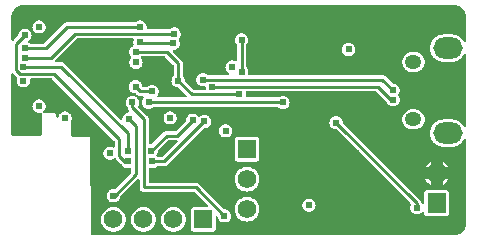
<source format=gbl>
G04 Layer: BottomLayer*
G04 EasyEDA v6.5.14, 2022-08-24 11:35:25*
G04 453cab0d859b422d838698a6d57dd674,401f954c81374b6587e5d63e119e93f9,10*
G04 Gerber Generator version 0.2*
G04 Scale: 100 percent, Rotated: No, Reflected: No *
G04 Dimensions in millimeters *
G04 leading zeros omitted , absolute positions ,4 integer and 5 decimal *
%FSLAX45Y45*%
%MOMM*%

%ADD10C,0.2540*%
%ADD11O,1.3999972X1.1999976*%
%ADD12O,2.4999949999999997X1.7999964*%
%ADD13R,1.5748X1.7000*%
%ADD14C,1.7000*%
%ADD15C,1.5748*%
%ADD16R,1.5748X1.5748*%
%ADD17C,0.6110*%
%ADD18C,0.6100*%
%ADD19C,0.6200*%
%ADD20C,1.0000*%
%ADD21C,0.0123*%

%LPD*%
G36*
X-1619758Y-101650D02*
G01*
X-1623618Y-100888D01*
X-1626920Y-98653D01*
X-1628851Y-96723D01*
X-1630883Y-93827D01*
X-1631797Y-90424D01*
X-1631492Y-86918D01*
X-1630019Y-83718D01*
X-1626057Y-78079D01*
X-1621942Y-69240D01*
X-1619402Y-59740D01*
X-1618691Y-51562D01*
X-1617776Y-48158D01*
X-1615744Y-45262D01*
X-1531772Y38658D01*
X-1528470Y40894D01*
X-1524609Y41656D01*
X-1461820Y41656D01*
X-1457960Y40894D01*
X-1454658Y38658D01*
X-1452473Y35407D01*
X-1451660Y31495D01*
X-1452473Y27584D01*
X-1454658Y24333D01*
X-1577644Y-98653D01*
X-1580946Y-100888D01*
X-1584807Y-101650D01*
G37*

%LPD*%
G36*
X-2171090Y-764336D02*
G01*
X-2174951Y-763574D01*
X-2178202Y-761390D01*
X-2180437Y-758139D01*
X-2181250Y-754278D01*
X-2189988Y68986D01*
X-2190953Y70002D01*
X-2339848Y70002D01*
X-2343708Y70764D01*
X-2347010Y72999D01*
X-2349246Y76250D01*
X-2350008Y80162D01*
X-2350008Y188976D01*
X-2354326Y193395D01*
X-2355850Y196646D01*
X-2356205Y200202D01*
X-2355291Y203657D01*
X-2351938Y210820D01*
X-2349449Y220268D01*
X-2348585Y229971D01*
X-2349449Y239725D01*
X-2351938Y249174D01*
X-2356104Y258064D01*
X-2361692Y266090D01*
X-2368600Y272999D01*
X-2376627Y278587D01*
X-2385517Y282752D01*
X-2394966Y285242D01*
X-2404668Y286105D01*
X-2414422Y285242D01*
X-2423871Y282752D01*
X-2432761Y278587D01*
X-2440787Y272999D01*
X-2447696Y266090D01*
X-2453284Y258064D01*
X-2457450Y249174D01*
X-2460040Y239471D01*
X-2461920Y235762D01*
X-2465070Y233121D01*
X-2469083Y231952D01*
X-2473198Y232511D01*
X-2476754Y234645D01*
X-2479141Y238048D01*
X-2480005Y242112D01*
X-2480005Y258978D01*
X-2480716Y260705D01*
X-2489301Y269290D01*
X-2490978Y270002D01*
X-2581097Y270002D01*
X-2585008Y270764D01*
X-2588310Y272999D01*
X-2590495Y276250D01*
X-2591257Y280162D01*
X-2590495Y284022D01*
X-2588310Y287324D01*
X-2581706Y293928D01*
X-2576118Y301955D01*
X-2571953Y310794D01*
X-2569464Y320243D01*
X-2568600Y329996D01*
X-2569464Y339750D01*
X-2571953Y349199D01*
X-2576118Y358038D01*
X-2581706Y366064D01*
X-2588615Y372973D01*
X-2596642Y378612D01*
X-2605532Y382727D01*
X-2614980Y385267D01*
X-2624683Y386130D01*
X-2634437Y385267D01*
X-2643886Y382727D01*
X-2652776Y378612D01*
X-2660802Y372973D01*
X-2667711Y366064D01*
X-2673299Y358038D01*
X-2677464Y349199D01*
X-2679954Y339750D01*
X-2680817Y329996D01*
X-2679954Y320243D01*
X-2677464Y310794D01*
X-2673299Y301955D01*
X-2667711Y293928D01*
X-2660802Y287020D01*
X-2652776Y281381D01*
X-2643886Y277266D01*
X-2634437Y274726D01*
X-2624683Y273862D01*
X-2614980Y274726D01*
X-2610510Y275945D01*
X-2606446Y276148D01*
X-2602636Y274777D01*
X-2599639Y272034D01*
X-2597962Y268325D01*
X-2597912Y264210D01*
X-2599994Y258978D01*
X-2599994Y90170D01*
X-2600756Y86258D01*
X-2602992Y82956D01*
X-2606294Y80772D01*
X-2610154Y80010D01*
X-2848914Y80010D01*
X-2852775Y80772D01*
X-2856077Y82956D01*
X-2858262Y86258D01*
X-2859074Y90170D01*
X-2859074Y596595D01*
X-2858262Y600456D01*
X-2856077Y603758D01*
X-2852775Y605993D01*
X-2848914Y606755D01*
X-2845003Y605993D01*
X-2841701Y603758D01*
X-2815183Y577240D01*
X-2813100Y575513D01*
X-2810357Y572058D01*
X-2809392Y567690D01*
X-2812948Y553720D01*
X-2813812Y543966D01*
X-2812948Y534263D01*
X-2810459Y524814D01*
X-2806293Y515924D01*
X-2800705Y507898D01*
X-2793796Y500989D01*
X-2785770Y495401D01*
X-2776880Y491235D01*
X-2767431Y488746D01*
X-2757678Y487883D01*
X-2747975Y488746D01*
X-2738526Y491235D01*
X-2729636Y495401D01*
X-2721610Y500989D01*
X-2714701Y507898D01*
X-2709113Y515924D01*
X-2704947Y524814D01*
X-2702458Y534263D01*
X-2701594Y543966D01*
X-2702509Y554583D01*
X-2702001Y558749D01*
X-2699867Y562356D01*
X-2696464Y564794D01*
X-2692400Y565658D01*
X-2518816Y565658D01*
X-2514904Y564896D01*
X-2511602Y562660D01*
X-1985975Y37033D01*
X-1983739Y33731D01*
X-1982978Y29819D01*
X-1982978Y-11836D01*
X-1983790Y-15798D01*
X-1986076Y-19151D01*
X-1989480Y-21336D01*
X-1993493Y-21996D01*
X-1997405Y-21031D01*
X-2005533Y-17272D01*
X-2014982Y-14732D01*
X-2024684Y-13868D01*
X-2034438Y-14732D01*
X-2043887Y-17272D01*
X-2052777Y-21386D01*
X-2060803Y-27025D01*
X-2067712Y-33934D01*
X-2073300Y-41960D01*
X-2077466Y-50800D01*
X-2079955Y-60248D01*
X-2080818Y-70002D01*
X-2079955Y-79756D01*
X-2077466Y-89204D01*
X-2073300Y-98044D01*
X-2067712Y-106070D01*
X-2060803Y-112979D01*
X-2052777Y-118618D01*
X-2043887Y-122732D01*
X-2034438Y-125272D01*
X-2024684Y-126136D01*
X-2014982Y-125272D01*
X-2005533Y-122732D01*
X-1996643Y-118618D01*
X-1987804Y-112369D01*
X-1984349Y-110794D01*
X-1980590Y-110591D01*
X-1976983Y-111810D01*
X-1974088Y-114198D01*
X-1971395Y-117500D01*
X-1926793Y-162102D01*
X-1924812Y-164998D01*
X-1923338Y-168097D01*
X-1917700Y-176123D01*
X-1910791Y-183032D01*
X-1902764Y-188671D01*
X-1893925Y-192786D01*
X-1884425Y-195326D01*
X-1874672Y-196189D01*
X-1864969Y-195326D01*
X-1855876Y-192887D01*
X-1852168Y-192582D01*
X-1848612Y-193649D01*
X-1845665Y-195884D01*
X-1843735Y-199034D01*
X-1843074Y-202692D01*
X-1843074Y-229920D01*
X-1843836Y-233781D01*
X-1846021Y-237083D01*
X-1980031Y-371043D01*
X-1982470Y-372872D01*
X-1985416Y-373888D01*
X-1988464Y-373938D01*
X-1992325Y-373430D01*
X-2001926Y-373888D01*
X-2011273Y-375869D01*
X-2020214Y-379476D01*
X-2028393Y-384505D01*
X-2035606Y-390855D01*
X-2041601Y-398322D01*
X-2046325Y-406704D01*
X-2049525Y-415747D01*
X-2051151Y-425196D01*
X-2051151Y-434848D01*
X-2049525Y-444296D01*
X-2046325Y-453339D01*
X-2041601Y-461721D01*
X-2035606Y-469188D01*
X-2028393Y-475538D01*
X-2020214Y-480568D01*
X-2011273Y-484174D01*
X-2001926Y-486206D01*
X-1992325Y-486613D01*
X-1982774Y-485393D01*
X-1973580Y-482549D01*
X-1965045Y-478231D01*
X-1957324Y-472541D01*
X-1950669Y-465582D01*
X-1945284Y-457657D01*
X-1941322Y-448868D01*
X-1939188Y-440690D01*
X-1938172Y-438200D01*
X-1936546Y-436067D01*
X-1790446Y-289966D01*
X-1787143Y-287782D01*
X-1783232Y-286969D01*
X-1779371Y-287782D01*
X-1776069Y-289966D01*
X-1773885Y-293268D01*
X-1773072Y-297129D01*
X-1773072Y-359308D01*
X-1772310Y-367284D01*
X-1770125Y-374446D01*
X-1766570Y-381101D01*
X-1761845Y-386892D01*
X-1756003Y-391668D01*
X-1749399Y-395173D01*
X-1742236Y-397357D01*
X-1734261Y-398170D01*
X-1314907Y-398170D01*
X-1310995Y-398932D01*
X-1307693Y-401116D01*
X-1200607Y-508254D01*
X-1198372Y-511556D01*
X-1197610Y-515467D01*
X-1198372Y-519328D01*
X-1200607Y-522630D01*
X-1203909Y-524814D01*
X-1207770Y-525627D01*
X-1311859Y-525627D01*
X-1318158Y-526288D01*
X-1323543Y-528218D01*
X-1328420Y-531266D01*
X-1332433Y-535279D01*
X-1335481Y-540156D01*
X-1337411Y-545541D01*
X-1338122Y-551840D01*
X-1338122Y-708152D01*
X-1337411Y-714451D01*
X-1335481Y-719836D01*
X-1332433Y-724712D01*
X-1328420Y-728726D01*
X-1323543Y-731774D01*
X-1318158Y-733704D01*
X-1311859Y-734415D01*
X-1155547Y-734415D01*
X-1149299Y-733704D01*
X-1143863Y-731774D01*
X-1139037Y-728726D01*
X-1134973Y-724712D01*
X-1131925Y-719836D01*
X-1129995Y-714451D01*
X-1129334Y-708152D01*
X-1129334Y-614934D01*
X-1128471Y-610870D01*
X-1126083Y-607517D01*
X-1122527Y-605383D01*
X-1118412Y-604824D01*
X-1114399Y-605993D01*
X-1111199Y-608634D01*
X-1109319Y-612343D01*
X-1107490Y-619252D01*
X-1103376Y-628091D01*
X-1097737Y-636117D01*
X-1090828Y-643026D01*
X-1082802Y-648665D01*
X-1073912Y-652780D01*
X-1064463Y-655320D01*
X-1054709Y-656183D01*
X-1044956Y-655320D01*
X-1035507Y-652780D01*
X-1026617Y-648665D01*
X-1018590Y-643026D01*
X-1011682Y-636117D01*
X-1006043Y-628091D01*
X-1001928Y-619252D01*
X-999388Y-609752D01*
X-998524Y-600049D01*
X-999388Y-590296D01*
X-1001928Y-580796D01*
X-1006043Y-571957D01*
X-1011682Y-563930D01*
X-1018590Y-557022D01*
X-1026617Y-551383D01*
X-1035507Y-547268D01*
X-1044956Y-544728D01*
X-1052982Y-544017D01*
X-1056436Y-543102D01*
X-1059281Y-541070D01*
X-1267307Y-333044D01*
X-1273505Y-327964D01*
X-1280160Y-324408D01*
X-1287322Y-322224D01*
X-1295298Y-321462D01*
X-1686204Y-321462D01*
X-1690116Y-320649D01*
X-1693418Y-318465D01*
X-1695602Y-315163D01*
X-1696364Y-311302D01*
X-1696364Y-202692D01*
X-1695704Y-199034D01*
X-1693773Y-195884D01*
X-1690827Y-193649D01*
X-1687271Y-192582D01*
X-1683613Y-192887D01*
X-1674469Y-195326D01*
X-1664716Y-196189D01*
X-1654962Y-195326D01*
X-1645513Y-192786D01*
X-1636623Y-188671D01*
X-1628597Y-183032D01*
X-1626920Y-181305D01*
X-1623618Y-179120D01*
X-1619707Y-178358D01*
X-1565249Y-178358D01*
X-1557274Y-177546D01*
X-1550060Y-175412D01*
X-1543456Y-171856D01*
X-1537258Y-166776D01*
X-1229461Y141020D01*
X-1226566Y143052D01*
X-1223162Y143967D01*
X-1214983Y144678D01*
X-1205484Y147218D01*
X-1196644Y151333D01*
X-1188618Y156972D01*
X-1181709Y163880D01*
X-1176070Y171907D01*
X-1171956Y180797D01*
X-1169416Y190246D01*
X-1168552Y199999D01*
X-1169416Y209753D01*
X-1171956Y219202D01*
X-1176070Y228092D01*
X-1181709Y236118D01*
X-1188618Y243027D01*
X-1196644Y248666D01*
X-1205484Y252780D01*
X-1214983Y255320D01*
X-1224686Y256184D01*
X-1234440Y255320D01*
X-1243939Y252780D01*
X-1252778Y248666D01*
X-1260805Y243027D01*
X-1263243Y240588D01*
X-1267002Y238201D01*
X-1271320Y237642D01*
X-1275537Y238963D01*
X-1278788Y241909D01*
X-1281684Y246075D01*
X-1288592Y252984D01*
X-1296619Y258622D01*
X-1305509Y262737D01*
X-1314958Y265277D01*
X-1324711Y266141D01*
X-1334465Y265277D01*
X-1343914Y262737D01*
X-1352804Y258622D01*
X-1360830Y252984D01*
X-1367739Y246075D01*
X-1373378Y238048D01*
X-1377492Y229209D01*
X-1380032Y219710D01*
X-1380744Y211582D01*
X-1381658Y208178D01*
X-1383690Y205282D01*
X-1467612Y121361D01*
X-1470914Y119126D01*
X-1474774Y118364D01*
X-1544167Y118364D01*
X-1552143Y117602D01*
X-1559356Y115417D01*
X-1565960Y111861D01*
X-1572158Y106781D01*
X-1669999Y8940D01*
X-1672894Y6908D01*
X-1676298Y5994D01*
X-1685340Y5232D01*
X-1689506Y5740D01*
X-1693113Y7873D01*
X-1695500Y11226D01*
X-1696364Y15341D01*
X-1696364Y219557D01*
X-1697177Y227533D01*
X-1699361Y234746D01*
X-1702866Y241350D01*
X-1707946Y247548D01*
X-1783080Y322630D01*
X-1785315Y326085D01*
X-1786026Y330098D01*
X-1785061Y334111D01*
X-1781962Y340817D01*
X-1779422Y350266D01*
X-1778558Y359968D01*
X-1779422Y369722D01*
X-1781962Y379171D01*
X-1786077Y388061D01*
X-1791716Y396087D01*
X-1798624Y402996D01*
X-1806651Y408584D01*
X-1815490Y412750D01*
X-1824939Y415239D01*
X-1834692Y416102D01*
X-1844446Y415239D01*
X-1853895Y412750D01*
X-1862734Y408584D01*
X-1870760Y402996D01*
X-1877669Y396087D01*
X-1883308Y388061D01*
X-1887423Y379171D01*
X-1889963Y369722D01*
X-1890826Y359968D01*
X-1889963Y350266D01*
X-1887423Y340817D01*
X-1883308Y331927D01*
X-1877669Y323900D01*
X-1875485Y321716D01*
X-1873504Y318871D01*
X-1872538Y315569D01*
X-1872284Y312572D01*
X-1870100Y305358D01*
X-1866544Y298754D01*
X-1861312Y292404D01*
X-1859330Y288493D01*
X-1859178Y284124D01*
X-1860854Y280060D01*
X-1864106Y277114D01*
X-1868271Y275793D01*
X-1874469Y275285D01*
X-1883918Y272745D01*
X-1892757Y268630D01*
X-1900783Y262991D01*
X-1907692Y256082D01*
X-1913331Y248056D01*
X-1917446Y239217D01*
X-1919986Y229768D01*
X-1920493Y223774D01*
X-1921560Y220116D01*
X-1923846Y217068D01*
X-1927148Y215138D01*
X-1930907Y214528D01*
X-1934667Y215341D01*
X-1937816Y217474D01*
X-2411069Y690778D01*
X-2417267Y695858D01*
X-2423922Y699363D01*
X-2431084Y701548D01*
X-2439060Y702360D01*
X-2478887Y702360D01*
X-2482748Y703122D01*
X-2486050Y705307D01*
X-2488285Y708609D01*
X-2489047Y712520D01*
X-2488285Y716381D01*
X-2486050Y719683D01*
X-2307082Y898652D01*
X-2303780Y900887D01*
X-2299919Y901649D01*
X-1832711Y901649D01*
X-1829054Y900988D01*
X-1825904Y899058D01*
X-1823618Y896112D01*
X-1822602Y892556D01*
X-1822856Y888847D01*
X-1825294Y879754D01*
X-1826158Y870000D01*
X-1825294Y860247D01*
X-1823212Y852373D01*
X-1822907Y848868D01*
X-1823821Y845464D01*
X-1825853Y842568D01*
X-1828749Y840536D01*
X-1832762Y838657D01*
X-1840788Y833018D01*
X-1847697Y826109D01*
X-1853336Y818083D01*
X-1857451Y809244D01*
X-1859991Y799744D01*
X-1860854Y789990D01*
X-1859991Y780288D01*
X-1857451Y770788D01*
X-1853336Y761949D01*
X-1847697Y753922D01*
X-1845970Y752144D01*
X-1843786Y748842D01*
X-1842973Y744982D01*
X-1843786Y741070D01*
X-1845970Y737768D01*
X-1847697Y736092D01*
X-1853285Y728065D01*
X-1857451Y719175D01*
X-1859940Y709726D01*
X-1860804Y699973D01*
X-1859940Y690270D01*
X-1857451Y680821D01*
X-1853285Y671931D01*
X-1847697Y663905D01*
X-1840788Y656996D01*
X-1832762Y651408D01*
X-1823872Y647242D01*
X-1814423Y644753D01*
X-1804670Y643890D01*
X-1794967Y644753D01*
X-1785518Y647242D01*
X-1776628Y651408D01*
X-1768602Y656996D01*
X-1761693Y663905D01*
X-1756105Y671931D01*
X-1751939Y680821D01*
X-1749450Y690270D01*
X-1748586Y699973D01*
X-1749450Y709726D01*
X-1751939Y719175D01*
X-1756105Y728065D01*
X-1761439Y735685D01*
X-1763115Y739749D01*
X-1762912Y744118D01*
X-1760880Y748030D01*
X-1757375Y750722D01*
X-1753107Y751636D01*
X-1564792Y751636D01*
X-1560931Y750874D01*
X-1557629Y748690D01*
X-1489049Y680110D01*
X-1486814Y676808D01*
X-1486052Y672896D01*
X-1486052Y588975D01*
X-1486814Y585063D01*
X-1489049Y581812D01*
X-1490726Y580085D01*
X-1496364Y572058D01*
X-1500479Y563219D01*
X-1503019Y553720D01*
X-1503883Y543966D01*
X-1503019Y534263D01*
X-1500479Y524764D01*
X-1496364Y515924D01*
X-1490726Y507898D01*
X-1483817Y500989D01*
X-1475790Y495350D01*
X-1466900Y491235D01*
X-1457452Y488696D01*
X-1449273Y487984D01*
X-1445869Y487070D01*
X-1442974Y485038D01*
X-1377645Y419709D01*
X-1375410Y416407D01*
X-1374648Y412496D01*
X-1375410Y408635D01*
X-1377645Y405333D01*
X-1380947Y403148D01*
X-1384808Y402336D01*
X-1616049Y402336D01*
X-1620367Y403301D01*
X-1623822Y405993D01*
X-1625854Y409905D01*
X-1626057Y414274D01*
X-1624380Y418338D01*
X-1619046Y425907D01*
X-1614932Y434797D01*
X-1612392Y444246D01*
X-1611528Y453999D01*
X-1612392Y463753D01*
X-1614932Y473201D01*
X-1619046Y482092D01*
X-1624685Y490118D01*
X-1631594Y497027D01*
X-1639620Y502666D01*
X-1648510Y506780D01*
X-1657959Y509320D01*
X-1667713Y510184D01*
X-1677466Y509320D01*
X-1686915Y506780D01*
X-1695805Y502666D01*
X-1703832Y497027D01*
X-1705508Y495350D01*
X-1708810Y493115D01*
X-1712671Y492353D01*
X-1742084Y492353D01*
X-1745792Y493064D01*
X-1748942Y495046D01*
X-1751228Y498043D01*
X-1752244Y501650D01*
X-1752396Y503732D01*
X-1754936Y513232D01*
X-1759051Y522071D01*
X-1764690Y530098D01*
X-1771599Y537006D01*
X-1779625Y542645D01*
X-1788515Y546760D01*
X-1797964Y549300D01*
X-1807718Y550164D01*
X-1817471Y549300D01*
X-1826920Y546760D01*
X-1835810Y542645D01*
X-1843836Y537006D01*
X-1850745Y530098D01*
X-1856384Y522071D01*
X-1860499Y513232D01*
X-1863039Y503732D01*
X-1863902Y493979D01*
X-1863039Y484276D01*
X-1860499Y474776D01*
X-1856384Y465937D01*
X-1850745Y457911D01*
X-1843836Y451002D01*
X-1835810Y445363D01*
X-1826920Y441248D01*
X-1817471Y438708D01*
X-1809292Y437997D01*
X-1805889Y437083D01*
X-1802993Y435051D01*
X-1795170Y427228D01*
X-1788972Y422148D01*
X-1782368Y418642D01*
X-1775206Y416458D01*
X-1767230Y415645D01*
X-1749348Y415645D01*
X-1745081Y414680D01*
X-1741576Y412038D01*
X-1739544Y408127D01*
X-1739341Y403707D01*
X-1741068Y399643D01*
X-1746351Y392074D01*
X-1750466Y383235D01*
X-1753006Y373735D01*
X-1753870Y363982D01*
X-1753006Y354279D01*
X-1750466Y344779D01*
X-1746351Y335940D01*
X-1740712Y327914D01*
X-1733804Y321005D01*
X-1725777Y315366D01*
X-1716938Y311251D01*
X-1707438Y308711D01*
X-1697685Y307848D01*
X-1687982Y308711D01*
X-1678482Y311251D01*
X-1669643Y315366D01*
X-1661617Y321005D01*
X-1659940Y322681D01*
X-1656638Y324866D01*
X-1652727Y325628D01*
X-608990Y325628D01*
X-605078Y324866D01*
X-601776Y322681D01*
X-596087Y316992D01*
X-588060Y311353D01*
X-579221Y307238D01*
X-569722Y304698D01*
X-559968Y303834D01*
X-550265Y304698D01*
X-540766Y307238D01*
X-531926Y311353D01*
X-523900Y316992D01*
X-516991Y323900D01*
X-511352Y331927D01*
X-507238Y340766D01*
X-504698Y350266D01*
X-503834Y359968D01*
X-504698Y369722D01*
X-507238Y379222D01*
X-511352Y388061D01*
X-516991Y396087D01*
X-523900Y402996D01*
X-531926Y408635D01*
X-540766Y412750D01*
X-550265Y415290D01*
X-559968Y416153D01*
X-569722Y415290D01*
X-579221Y412750D01*
X-588060Y408635D01*
X-594410Y404215D01*
X-597204Y402844D01*
X-600252Y402336D01*
X-866241Y402336D01*
X-869899Y403047D01*
X-873048Y404977D01*
X-875284Y407924D01*
X-876350Y411429D01*
X-876046Y415137D01*
X-874674Y420268D01*
X-873810Y429971D01*
X-874674Y439724D01*
X-875537Y442874D01*
X-875792Y446582D01*
X-874776Y450088D01*
X-872490Y453034D01*
X-869340Y454964D01*
X-865682Y455676D01*
X222199Y455676D01*
X226060Y454863D01*
X229362Y452678D01*
X320192Y361848D01*
X322224Y358952D01*
X323646Y355904D01*
X329285Y347878D01*
X336194Y340969D01*
X344220Y335330D01*
X353060Y331216D01*
X362559Y328676D01*
X372313Y327812D01*
X382016Y328676D01*
X391515Y331216D01*
X400354Y335330D01*
X408381Y340969D01*
X415290Y347878D01*
X420928Y355904D01*
X425043Y364794D01*
X427583Y374243D01*
X428447Y383997D01*
X427583Y393750D01*
X425043Y403199D01*
X420928Y412089D01*
X416661Y418185D01*
X415035Y421944D01*
X415035Y426059D01*
X416661Y429818D01*
X420928Y435914D01*
X425043Y444804D01*
X427583Y454253D01*
X428447Y464007D01*
X427583Y473760D01*
X425043Y483209D01*
X420928Y492099D01*
X415290Y500126D01*
X408381Y507034D01*
X400354Y512673D01*
X391515Y516788D01*
X382016Y519328D01*
X373888Y520039D01*
X370484Y520954D01*
X367588Y522985D01*
X309778Y580796D01*
X303580Y585876D01*
X296976Y589381D01*
X289763Y591566D01*
X281787Y592378D01*
X-846277Y592378D01*
X-849934Y593039D01*
X-853084Y594969D01*
X-855370Y597916D01*
X-856386Y601472D01*
X-856081Y605129D01*
X-854760Y610260D01*
X-853897Y619963D01*
X-854760Y629716D01*
X-857250Y639165D01*
X-861415Y648055D01*
X-867003Y656082D01*
X-868680Y657707D01*
X-870864Y661009D01*
X-871626Y664921D01*
X-871626Y845058D01*
X-870864Y848969D01*
X-868680Y852271D01*
X-867003Y853897D01*
X-861415Y861923D01*
X-857250Y870813D01*
X-854760Y880262D01*
X-853897Y889965D01*
X-854760Y899718D01*
X-857250Y909167D01*
X-861415Y918057D01*
X-867003Y926084D01*
X-873912Y932992D01*
X-881938Y938580D01*
X-890828Y942746D01*
X-900277Y945235D01*
X-909980Y946099D01*
X-919734Y945235D01*
X-929182Y942746D01*
X-938072Y938580D01*
X-946099Y932992D01*
X-953008Y926084D01*
X-958596Y918057D01*
X-962761Y909167D01*
X-965250Y899718D01*
X-966114Y889965D01*
X-965250Y880262D01*
X-962761Y870813D01*
X-958596Y861923D01*
X-953008Y853897D01*
X-951331Y852271D01*
X-949147Y848969D01*
X-948334Y845058D01*
X-948334Y718261D01*
X-949147Y714298D01*
X-951484Y710946D01*
X-954887Y708761D01*
X-958850Y708101D01*
X-962812Y709066D01*
X-970787Y712774D01*
X-980236Y715314D01*
X-989990Y716178D01*
X-999744Y715314D01*
X-1009192Y712774D01*
X-1018082Y708660D01*
X-1026109Y703021D01*
X-1033018Y696112D01*
X-1038656Y688086D01*
X-1042771Y679196D01*
X-1045311Y669747D01*
X-1046175Y659993D01*
X-1045311Y650240D01*
X-1042771Y640791D01*
X-1038656Y631901D01*
X-1033018Y623874D01*
X-1026109Y616966D01*
X-1017371Y610870D01*
X-1014476Y607720D01*
X-1013104Y603707D01*
X-1013510Y599490D01*
X-1015593Y595782D01*
X-1018997Y593242D01*
X-1023162Y592378D01*
X-1192733Y592378D01*
X-1196644Y593140D01*
X-1199946Y595325D01*
X-1201623Y597001D01*
X-1209649Y602640D01*
X-1218488Y606755D01*
X-1227988Y609295D01*
X-1237691Y610158D01*
X-1247444Y609295D01*
X-1256944Y606755D01*
X-1265783Y602640D01*
X-1273810Y597001D01*
X-1280718Y590092D01*
X-1286357Y582066D01*
X-1290472Y573227D01*
X-1293012Y563727D01*
X-1293876Y553974D01*
X-1293012Y544271D01*
X-1290472Y534771D01*
X-1286357Y525932D01*
X-1280718Y517906D01*
X-1273810Y510997D01*
X-1265783Y505358D01*
X-1256944Y501243D01*
X-1247444Y498703D01*
X-1237691Y497840D01*
X-1227988Y498703D01*
X-1226312Y499109D01*
X-1221892Y499313D01*
X-1217828Y497636D01*
X-1214882Y494385D01*
X-1213561Y490220D01*
X-1213002Y484276D01*
X-1212189Y481126D01*
X-1211884Y477469D01*
X-1212951Y473913D01*
X-1215186Y470966D01*
X-1218336Y469036D01*
X-1221994Y468325D01*
X-1313586Y468325D01*
X-1317498Y469138D01*
X-1320800Y471322D01*
X-1388719Y539292D01*
X-1390751Y542188D01*
X-1391666Y545592D01*
X-1392377Y553720D01*
X-1394917Y563219D01*
X-1399032Y572058D01*
X-1404670Y580085D01*
X-1406347Y581812D01*
X-1408582Y585063D01*
X-1409344Y588975D01*
X-1409344Y692505D01*
X-1410106Y700481D01*
X-1412290Y707644D01*
X-1415846Y714298D01*
X-1420926Y720445D01*
X-1487728Y787247D01*
X-1489862Y790448D01*
X-1490726Y794156D01*
X-1490116Y797915D01*
X-1488135Y801217D01*
X-1485087Y803554D01*
X-1470761Y807212D01*
X-1461922Y811326D01*
X-1453896Y816965D01*
X-1446987Y823874D01*
X-1441348Y831900D01*
X-1437233Y840790D01*
X-1434693Y850239D01*
X-1433830Y859993D01*
X-1434693Y869746D01*
X-1437182Y879144D01*
X-1442008Y889304D01*
X-1443024Y893318D01*
X-1442313Y897382D01*
X-1440027Y900836D01*
X-1436979Y903884D01*
X-1431340Y911910D01*
X-1427226Y920800D01*
X-1424686Y930249D01*
X-1423822Y940003D01*
X-1424686Y949756D01*
X-1427226Y959205D01*
X-1431340Y968095D01*
X-1436979Y976121D01*
X-1443888Y983030D01*
X-1451914Y988669D01*
X-1460804Y992784D01*
X-1470253Y995324D01*
X-1480007Y996187D01*
X-1489760Y995324D01*
X-1499209Y992784D01*
X-1508099Y988669D01*
X-1516126Y983030D01*
X-1517802Y981354D01*
X-1521104Y979119D01*
X-1525016Y978357D01*
X-1704644Y978357D01*
X-1708708Y979220D01*
X-1712112Y981659D01*
X-1714246Y985266D01*
X-1714754Y989380D01*
X-1713839Y999998D01*
X-1714703Y1009751D01*
X-1717243Y1019200D01*
X-1721357Y1028090D01*
X-1726996Y1036116D01*
X-1733905Y1043025D01*
X-1741932Y1048664D01*
X-1750771Y1052779D01*
X-1760270Y1055319D01*
X-1769973Y1056182D01*
X-1779727Y1055319D01*
X-1789226Y1052779D01*
X-1798066Y1048664D01*
X-1806092Y1043025D01*
X-1807819Y1041349D01*
X-1811070Y1039114D01*
X-1814982Y1038352D01*
X-2389479Y1038352D01*
X-2397455Y1037590D01*
X-2404668Y1035405D01*
X-2411272Y1031849D01*
X-2417470Y1026769D01*
X-2582926Y861314D01*
X-2586228Y859129D01*
X-2590088Y858316D01*
X-2699715Y858316D01*
X-2703626Y859129D01*
X-2706878Y861314D01*
X-2708605Y862990D01*
X-2713837Y866648D01*
X-2716530Y869442D01*
X-2717952Y873048D01*
X-2717952Y876909D01*
X-2716530Y880516D01*
X-2713837Y883310D01*
X-2708605Y886968D01*
X-2701696Y893876D01*
X-2696057Y901903D01*
X-2691942Y910793D01*
X-2689402Y920242D01*
X-2688539Y929995D01*
X-2689402Y939749D01*
X-2691942Y949198D01*
X-2696057Y958087D01*
X-2701696Y966114D01*
X-2708605Y973023D01*
X-2716631Y978662D01*
X-2725470Y982776D01*
X-2734970Y985316D01*
X-2744724Y986180D01*
X-2754426Y985316D01*
X-2763926Y982776D01*
X-2772765Y978662D01*
X-2780792Y973023D01*
X-2787700Y966114D01*
X-2793339Y958087D01*
X-2797454Y949198D01*
X-2799994Y939749D01*
X-2800705Y931570D01*
X-2801620Y928166D01*
X-2803652Y925271D01*
X-2834487Y894486D01*
X-2839923Y887577D01*
X-2842869Y884224D01*
X-2846933Y882396D01*
X-2851353Y882497D01*
X-2855366Y884529D01*
X-2858058Y888034D01*
X-2859074Y892352D01*
X-2859074Y1083970D01*
X-2858160Y1097584D01*
X-2855925Y1109370D01*
X-2852318Y1120749D01*
X-2847340Y1131671D01*
X-2841040Y1141882D01*
X-2833624Y1151280D01*
X-2825089Y1159713D01*
X-2815590Y1167028D01*
X-2805277Y1173175D01*
X-2794355Y1178052D01*
X-2782874Y1181506D01*
X-2771089Y1183589D01*
X-2758643Y1184351D01*
X889253Y1184351D01*
X902868Y1183487D01*
X914653Y1181252D01*
X926084Y1177594D01*
X936955Y1172616D01*
X947166Y1166368D01*
X956564Y1158900D01*
X964996Y1150366D01*
X972312Y1140866D01*
X978458Y1130604D01*
X983335Y1119632D01*
X986840Y1108151D01*
X988923Y1096365D01*
X989634Y1083970D01*
X989634Y881481D01*
X988669Y877163D01*
X985926Y873658D01*
X982014Y871677D01*
X977595Y871524D01*
X973480Y873302D01*
X970584Y876604D01*
X967638Y881938D01*
X959103Y893724D01*
X949147Y904290D01*
X937971Y913536D01*
X925728Y921308D01*
X912571Y927506D01*
X898753Y931976D01*
X884478Y934719D01*
X869696Y935634D01*
X800303Y935634D01*
X785520Y934719D01*
X771245Y931976D01*
X757428Y927506D01*
X744270Y921308D01*
X732028Y913536D01*
X720852Y904290D01*
X710895Y893724D01*
X702360Y881938D01*
X695350Y869238D01*
X690016Y855726D01*
X686409Y841654D01*
X684580Y827278D01*
X684580Y812749D01*
X686409Y798322D01*
X690016Y784250D01*
X695350Y770788D01*
X702360Y758037D01*
X710895Y746302D01*
X720852Y735685D01*
X732028Y726440D01*
X744270Y718667D01*
X757428Y712470D01*
X771245Y707999D01*
X785520Y705256D01*
X800303Y704342D01*
X869696Y704342D01*
X884478Y705256D01*
X898753Y707999D01*
X912571Y712470D01*
X925728Y718667D01*
X937971Y726440D01*
X949147Y735685D01*
X959103Y746302D01*
X967638Y758037D01*
X970584Y763371D01*
X973480Y766724D01*
X977595Y768451D01*
X982014Y768350D01*
X985926Y766318D01*
X988669Y762812D01*
X989634Y758494D01*
X989634Y161493D01*
X988669Y157175D01*
X985926Y153670D01*
X982014Y151688D01*
X977595Y151536D01*
X973480Y153263D01*
X970584Y156616D01*
X967638Y161950D01*
X959103Y173685D01*
X949147Y184302D01*
X937971Y193548D01*
X925728Y201320D01*
X912571Y207517D01*
X898753Y211988D01*
X884478Y214731D01*
X869696Y215646D01*
X800303Y215646D01*
X785520Y214731D01*
X771245Y211988D01*
X757428Y207517D01*
X744270Y201320D01*
X732028Y193548D01*
X720852Y184302D01*
X710895Y173685D01*
X702360Y161950D01*
X695350Y149250D01*
X690016Y135737D01*
X686409Y121666D01*
X684580Y107238D01*
X684580Y92760D01*
X686409Y78333D01*
X690016Y64262D01*
X695350Y50749D01*
X702360Y38049D01*
X710895Y26314D01*
X720852Y15697D01*
X732028Y6451D01*
X744270Y-1320D01*
X757428Y-7518D01*
X771245Y-11988D01*
X785520Y-14732D01*
X800303Y-15646D01*
X869696Y-15646D01*
X884478Y-14732D01*
X898753Y-11988D01*
X912571Y-7518D01*
X925728Y-1320D01*
X937971Y6451D01*
X949147Y15697D01*
X959103Y26314D01*
X967638Y38049D01*
X970584Y43383D01*
X973480Y46736D01*
X977595Y48463D01*
X982014Y48310D01*
X985926Y46329D01*
X988669Y42824D01*
X989634Y38506D01*
X989634Y-663956D01*
X988771Y-677570D01*
X986536Y-689356D01*
X982878Y-700786D01*
X977900Y-711657D01*
X971651Y-721918D01*
X964184Y-731266D01*
X955649Y-739698D01*
X946150Y-747064D01*
X935888Y-753160D01*
X924915Y-758037D01*
X913434Y-761542D01*
X901649Y-763625D01*
X889253Y-764336D01*
G37*

%LPC*%
G36*
X-1741728Y-734364D02*
G01*
X-1728063Y-733450D01*
X-1714703Y-730808D01*
X-1701749Y-726440D01*
X-1689506Y-720394D01*
X-1678178Y-712825D01*
X-1667916Y-703783D01*
X-1658924Y-693521D01*
X-1651304Y-682193D01*
X-1645259Y-669950D01*
X-1640890Y-656996D01*
X-1638249Y-643636D01*
X-1637334Y-630021D01*
X-1638249Y-616356D01*
X-1640890Y-602996D01*
X-1645259Y-590042D01*
X-1651304Y-577799D01*
X-1658924Y-566470D01*
X-1667916Y-556209D01*
X-1678178Y-547217D01*
X-1689506Y-539597D01*
X-1701749Y-533552D01*
X-1714703Y-529183D01*
X-1728063Y-526542D01*
X-1741728Y-525627D01*
X-1755343Y-526542D01*
X-1768703Y-529183D01*
X-1781657Y-533552D01*
X-1793900Y-539597D01*
X-1805228Y-547217D01*
X-1815490Y-556209D01*
X-1824532Y-566470D01*
X-1832102Y-577799D01*
X-1838147Y-590042D01*
X-1842516Y-602996D01*
X-1845208Y-616356D01*
X-1846072Y-630021D01*
X-1845208Y-643636D01*
X-1842516Y-656996D01*
X-1838147Y-669950D01*
X-1832102Y-682193D01*
X-1824532Y-693521D01*
X-1815490Y-703783D01*
X-1805228Y-712825D01*
X-1793900Y-720394D01*
X-1781657Y-726440D01*
X-1768703Y-730808D01*
X-1755343Y-733450D01*
G37*
G36*
X-1487728Y-734364D02*
G01*
X-1474063Y-733450D01*
X-1460703Y-730808D01*
X-1447749Y-726440D01*
X-1435506Y-720394D01*
X-1424178Y-712825D01*
X-1413916Y-703783D01*
X-1404924Y-693521D01*
X-1397304Y-682193D01*
X-1391259Y-669950D01*
X-1386890Y-656996D01*
X-1384249Y-643636D01*
X-1383334Y-630021D01*
X-1384249Y-616356D01*
X-1386890Y-602996D01*
X-1391259Y-590042D01*
X-1397304Y-577799D01*
X-1404924Y-566470D01*
X-1413916Y-556209D01*
X-1424178Y-547217D01*
X-1435506Y-539597D01*
X-1447749Y-533552D01*
X-1460703Y-529183D01*
X-1474063Y-526542D01*
X-1487728Y-525627D01*
X-1501343Y-526542D01*
X-1514703Y-529183D01*
X-1527657Y-533552D01*
X-1539900Y-539597D01*
X-1551228Y-547217D01*
X-1561490Y-556209D01*
X-1570532Y-566470D01*
X-1578102Y-577799D01*
X-1584147Y-590042D01*
X-1588516Y-602996D01*
X-1591208Y-616356D01*
X-1592072Y-630021D01*
X-1591208Y-643636D01*
X-1588516Y-656996D01*
X-1584147Y-669950D01*
X-1578102Y-682193D01*
X-1570532Y-693521D01*
X-1561490Y-703783D01*
X-1551228Y-712825D01*
X-1539900Y-720394D01*
X-1527657Y-726440D01*
X-1514703Y-730808D01*
X-1501343Y-733450D01*
G37*
G36*
X-1995728Y-734364D02*
G01*
X-1982063Y-733450D01*
X-1968703Y-730808D01*
X-1955749Y-726440D01*
X-1943506Y-720394D01*
X-1932178Y-712825D01*
X-1921916Y-703783D01*
X-1912924Y-693521D01*
X-1905304Y-682193D01*
X-1899259Y-669950D01*
X-1894890Y-656996D01*
X-1892249Y-643636D01*
X-1891334Y-630021D01*
X-1892249Y-616356D01*
X-1894890Y-602996D01*
X-1899259Y-590042D01*
X-1905304Y-577799D01*
X-1912924Y-566470D01*
X-1921916Y-556209D01*
X-1932178Y-547217D01*
X-1943506Y-539597D01*
X-1955749Y-533552D01*
X-1968703Y-529183D01*
X-1982063Y-526542D01*
X-1995728Y-525627D01*
X-2009343Y-526542D01*
X-2022703Y-529183D01*
X-2035657Y-533552D01*
X-2047900Y-539597D01*
X-2059228Y-547217D01*
X-2069490Y-556209D01*
X-2078532Y-566470D01*
X-2086102Y-577799D01*
X-2092147Y-590042D01*
X-2096516Y-602996D01*
X-2099208Y-616356D01*
X-2100072Y-630021D01*
X-2099208Y-643636D01*
X-2096516Y-656996D01*
X-2092147Y-669950D01*
X-2086102Y-682193D01*
X-2078532Y-693521D01*
X-2069490Y-703783D01*
X-2059228Y-712825D01*
X-2047900Y-720394D01*
X-2035657Y-726440D01*
X-2022703Y-730808D01*
X-2009343Y-733450D01*
G37*
G36*
X-864616Y-648309D02*
G01*
X-851001Y-647395D01*
X-837590Y-644753D01*
X-824687Y-640334D01*
X-812444Y-634339D01*
X-801065Y-626719D01*
X-790803Y-617728D01*
X-781812Y-607466D01*
X-774242Y-596138D01*
X-768197Y-583895D01*
X-763778Y-570941D01*
X-761136Y-557530D01*
X-760222Y-543915D01*
X-761136Y-530301D01*
X-763778Y-516940D01*
X-768197Y-503986D01*
X-774242Y-491743D01*
X-781812Y-480415D01*
X-790803Y-470154D01*
X-801065Y-461111D01*
X-812444Y-453542D01*
X-824687Y-447497D01*
X-837590Y-443128D01*
X-851001Y-440435D01*
X-864616Y-439572D01*
X-878230Y-440435D01*
X-891641Y-443128D01*
X-904544Y-447497D01*
X-916787Y-453542D01*
X-928166Y-461111D01*
X-938428Y-470154D01*
X-947419Y-480415D01*
X-954989Y-491743D01*
X-961034Y-503986D01*
X-965453Y-516940D01*
X-968095Y-530301D01*
X-969010Y-543915D01*
X-968095Y-557530D01*
X-965453Y-570941D01*
X-961034Y-583895D01*
X-954989Y-596138D01*
X-947419Y-607466D01*
X-938428Y-617728D01*
X-928166Y-626719D01*
X-916787Y-634339D01*
X-904544Y-640334D01*
X-891641Y-644753D01*
X-878230Y-647395D01*
G37*
G36*
X664108Y-603656D02*
G01*
X820470Y-603656D01*
X826719Y-602945D01*
X832154Y-601065D01*
X836980Y-598017D01*
X841044Y-593953D01*
X844092Y-589076D01*
X845972Y-583692D01*
X846683Y-577443D01*
X846683Y-408584D01*
X845972Y-402285D01*
X844092Y-396900D01*
X841044Y-392023D01*
X836980Y-388010D01*
X832154Y-384962D01*
X826719Y-383032D01*
X820470Y-382320D01*
X664108Y-382320D01*
X657860Y-383032D01*
X652475Y-384962D01*
X647598Y-388010D01*
X643534Y-392023D01*
X640486Y-396900D01*
X638606Y-402285D01*
X637895Y-408584D01*
X637895Y-489661D01*
X637032Y-493826D01*
X634492Y-497230D01*
X630783Y-499313D01*
X626567Y-499719D01*
X622554Y-498348D01*
X619404Y-495452D01*
X618286Y-493877D01*
X614934Y-490524D01*
X613410Y-488543D01*
X612394Y-486257D01*
X610666Y-480618D01*
X607161Y-474014D01*
X602030Y-467817D01*
X-51054Y185267D01*
X-53086Y188163D01*
X-54000Y191566D01*
X-54711Y199745D01*
X-57251Y209194D01*
X-61366Y218084D01*
X-67005Y226110D01*
X-73914Y233019D01*
X-81940Y238658D01*
X-90779Y242773D01*
X-100279Y245313D01*
X-109982Y246176D01*
X-119735Y245313D01*
X-129235Y242773D01*
X-138074Y238658D01*
X-146100Y233019D01*
X-153009Y226110D01*
X-158648Y218084D01*
X-162763Y209194D01*
X-165303Y199745D01*
X-166166Y189992D01*
X-165303Y180238D01*
X-162763Y170789D01*
X-158648Y161899D01*
X-153009Y153873D01*
X-146100Y146964D01*
X-138074Y141325D01*
X-129235Y137210D01*
X-119735Y134670D01*
X-111556Y133959D01*
X-108153Y133045D01*
X-105257Y131013D01*
X521919Y-496214D01*
X524205Y-499618D01*
X524916Y-503682D01*
X523951Y-507644D01*
X522528Y-510793D01*
X519988Y-520242D01*
X519125Y-529996D01*
X519988Y-539750D01*
X522528Y-549198D01*
X526643Y-558088D01*
X532282Y-566115D01*
X539191Y-573024D01*
X547217Y-578662D01*
X556056Y-582777D01*
X565556Y-585317D01*
X575310Y-586181D01*
X585012Y-585317D01*
X594512Y-582777D01*
X603351Y-578662D01*
X611378Y-573024D01*
X618286Y-566115D01*
X619404Y-564540D01*
X622554Y-561644D01*
X626567Y-560273D01*
X630783Y-560679D01*
X634492Y-562762D01*
X637032Y-566166D01*
X637895Y-570331D01*
X637895Y-577443D01*
X638606Y-583692D01*
X640486Y-589076D01*
X643534Y-593953D01*
X647598Y-598017D01*
X652475Y-601065D01*
X657860Y-602945D01*
G37*
G36*
X-340004Y-566166D02*
G01*
X-330250Y-565302D01*
X-320802Y-562762D01*
X-311912Y-558647D01*
X-303885Y-553008D01*
X-296976Y-546100D01*
X-291338Y-538073D01*
X-287223Y-529234D01*
X-284683Y-519734D01*
X-283819Y-510032D01*
X-284683Y-500278D01*
X-287223Y-490778D01*
X-291338Y-481939D01*
X-296976Y-473913D01*
X-303885Y-467004D01*
X-311912Y-461365D01*
X-320802Y-457250D01*
X-330250Y-454710D01*
X-340004Y-453847D01*
X-349758Y-454710D01*
X-359206Y-457250D01*
X-368096Y-461365D01*
X-376123Y-467004D01*
X-383032Y-473913D01*
X-388670Y-481939D01*
X-392785Y-490778D01*
X-395325Y-500278D01*
X-396189Y-510032D01*
X-395325Y-519734D01*
X-392785Y-529234D01*
X-388670Y-538073D01*
X-383032Y-546100D01*
X-376123Y-553008D01*
X-368096Y-558647D01*
X-359206Y-562762D01*
X-349758Y-565302D01*
G37*
G36*
X-864616Y-394309D02*
G01*
X-851001Y-393395D01*
X-837590Y-390753D01*
X-824687Y-386334D01*
X-812444Y-380339D01*
X-801065Y-372719D01*
X-790803Y-363728D01*
X-781812Y-353466D01*
X-774242Y-342138D01*
X-768197Y-329895D01*
X-763778Y-316941D01*
X-761136Y-303530D01*
X-760222Y-289915D01*
X-761136Y-276301D01*
X-763778Y-262940D01*
X-768197Y-249986D01*
X-774242Y-237744D01*
X-781812Y-226415D01*
X-790803Y-216154D01*
X-801065Y-207111D01*
X-812444Y-199542D01*
X-824687Y-193497D01*
X-837590Y-189128D01*
X-851001Y-186436D01*
X-864616Y-185572D01*
X-878230Y-186436D01*
X-891641Y-189128D01*
X-904544Y-193497D01*
X-916787Y-199542D01*
X-928166Y-207111D01*
X-938428Y-216154D01*
X-947419Y-226415D01*
X-954989Y-237744D01*
X-961034Y-249986D01*
X-965453Y-262940D01*
X-968095Y-276301D01*
X-969010Y-289915D01*
X-968095Y-303530D01*
X-965453Y-316941D01*
X-961034Y-329895D01*
X-954989Y-342138D01*
X-947419Y-353466D01*
X-938428Y-363728D01*
X-928166Y-372719D01*
X-916787Y-380339D01*
X-904544Y-386334D01*
X-891641Y-390753D01*
X-878230Y-393395D01*
G37*
G36*
X693420Y-338175D02*
G01*
X693420Y-287832D01*
X643178Y-287832D01*
X644194Y-290169D01*
X651560Y-302310D01*
X660400Y-313385D01*
X670560Y-323240D01*
X681939Y-331724D01*
G37*
G36*
X791159Y-338175D02*
G01*
X802640Y-331724D01*
X814019Y-323240D01*
X824179Y-313385D01*
X833018Y-302310D01*
X840384Y-290169D01*
X841400Y-287832D01*
X791159Y-287832D01*
G37*
G36*
X643229Y-190144D02*
G01*
X693420Y-190144D01*
X693420Y-140004D01*
X687984Y-142595D01*
X676148Y-150317D01*
X665327Y-159512D01*
X655777Y-170027D01*
X647700Y-181660D01*
G37*
G36*
X791159Y-190144D02*
G01*
X841349Y-190144D01*
X836879Y-181660D01*
X828802Y-170027D01*
X819251Y-159512D01*
X808482Y-150317D01*
X796594Y-142595D01*
X791159Y-140004D01*
G37*
G36*
X-942797Y-140309D02*
G01*
X-786434Y-140309D01*
X-780186Y-139598D01*
X-774750Y-137718D01*
X-769924Y-134670D01*
X-765860Y-130606D01*
X-762812Y-125780D01*
X-760933Y-120345D01*
X-760222Y-114096D01*
X-760222Y42214D01*
X-760933Y48514D01*
X-762812Y53898D01*
X-765860Y58775D01*
X-769924Y62839D01*
X-774750Y65887D01*
X-780186Y67767D01*
X-786434Y68478D01*
X-942797Y68478D01*
X-949045Y67767D01*
X-954481Y65887D01*
X-959307Y62839D01*
X-963371Y58775D01*
X-966419Y53898D01*
X-968298Y48514D01*
X-969010Y42214D01*
X-969010Y-114096D01*
X-968298Y-120345D01*
X-966419Y-125780D01*
X-963371Y-130606D01*
X-959307Y-134670D01*
X-954481Y-137718D01*
X-949045Y-139598D01*
G37*
G36*
X-1044702Y63855D02*
G01*
X-1034948Y64719D01*
X-1025499Y67259D01*
X-1016660Y71374D01*
X-1008634Y77012D01*
X-1001725Y83921D01*
X-996086Y91948D01*
X-991971Y100787D01*
X-989431Y110235D01*
X-988568Y119989D01*
X-989431Y129743D01*
X-991971Y139192D01*
X-996086Y148031D01*
X-1001725Y156057D01*
X-1008634Y162966D01*
X-1016660Y168605D01*
X-1025499Y172720D01*
X-1034948Y175260D01*
X-1044702Y176123D01*
X-1054455Y175260D01*
X-1063904Y172720D01*
X-1072743Y168605D01*
X-1080770Y162966D01*
X-1087678Y156057D01*
X-1093317Y148031D01*
X-1097432Y139192D01*
X-1099972Y129743D01*
X-1100836Y119989D01*
X-1099972Y110235D01*
X-1097432Y100787D01*
X-1093317Y91948D01*
X-1087678Y83921D01*
X-1080770Y77012D01*
X-1072743Y71374D01*
X-1063904Y67259D01*
X-1054455Y64719D01*
G37*
G36*
X535381Y131826D02*
G01*
X554634Y131826D01*
X567182Y132740D01*
X579120Y135331D01*
X590550Y139598D01*
X601319Y145440D01*
X611073Y152806D01*
X619709Y161442D01*
X627024Y171196D01*
X632866Y181914D01*
X637184Y193395D01*
X639775Y205333D01*
X640638Y217474D01*
X639775Y229666D01*
X637184Y241604D01*
X632866Y253085D01*
X627024Y263804D01*
X619709Y273558D01*
X611073Y282194D01*
X601319Y289560D01*
X590550Y295402D01*
X579120Y299669D01*
X567182Y302260D01*
X554634Y303174D01*
X535381Y303174D01*
X522833Y302260D01*
X510895Y299669D01*
X499414Y295402D01*
X488696Y289560D01*
X478942Y282194D01*
X470306Y273558D01*
X462940Y263804D01*
X457098Y253085D01*
X452831Y241604D01*
X450240Y229666D01*
X449376Y217474D01*
X450240Y205333D01*
X452831Y193395D01*
X457098Y181914D01*
X462940Y171196D01*
X470306Y161442D01*
X478942Y152806D01*
X488696Y145440D01*
X499414Y139598D01*
X510895Y135331D01*
X522833Y132740D01*
G37*
G36*
X-1514703Y173888D02*
G01*
X-1504950Y174752D01*
X-1495501Y177241D01*
X-1486662Y181406D01*
X-1478635Y186994D01*
X-1471726Y193903D01*
X-1466088Y201930D01*
X-1461973Y210820D01*
X-1459433Y220268D01*
X-1458569Y229971D01*
X-1459433Y239725D01*
X-1461973Y249174D01*
X-1466088Y258064D01*
X-1471726Y266090D01*
X-1478635Y272999D01*
X-1486662Y278587D01*
X-1495501Y282752D01*
X-1504950Y285242D01*
X-1514703Y286105D01*
X-1524457Y285242D01*
X-1533906Y282752D01*
X-1542745Y278587D01*
X-1550771Y272999D01*
X-1557680Y266090D01*
X-1563319Y258064D01*
X-1567434Y249174D01*
X-1569974Y239725D01*
X-1570837Y229971D01*
X-1569974Y220268D01*
X-1567434Y210820D01*
X-1563319Y201930D01*
X-1557680Y193903D01*
X-1550771Y186994D01*
X-1542745Y181406D01*
X-1533906Y177241D01*
X-1524457Y174752D01*
G37*
G36*
X535381Y616864D02*
G01*
X554634Y616864D01*
X567182Y617728D01*
X579120Y620318D01*
X590550Y624586D01*
X601319Y630478D01*
X611073Y637794D01*
X619709Y646430D01*
X627024Y656183D01*
X632866Y666902D01*
X637184Y678383D01*
X639775Y690321D01*
X640638Y702513D01*
X639775Y714705D01*
X637184Y726643D01*
X632866Y738073D01*
X627024Y748792D01*
X619709Y758596D01*
X611073Y767232D01*
X601319Y774547D01*
X590550Y780389D01*
X579120Y784656D01*
X567182Y787247D01*
X554634Y788162D01*
X535381Y788162D01*
X522833Y787247D01*
X510895Y784656D01*
X499414Y780389D01*
X488696Y774547D01*
X478942Y767232D01*
X470306Y758596D01*
X462940Y748792D01*
X457098Y738073D01*
X452831Y726643D01*
X450240Y714705D01*
X449376Y702513D01*
X450240Y690321D01*
X452831Y678383D01*
X457098Y666902D01*
X462940Y656183D01*
X470306Y646430D01*
X478942Y637794D01*
X488696Y630478D01*
X499414Y624586D01*
X510895Y620318D01*
X522833Y617728D01*
G37*
G36*
X-4673Y753821D02*
G01*
X5029Y754684D01*
X14528Y757224D01*
X23368Y761339D01*
X31394Y766978D01*
X38303Y773887D01*
X43942Y781913D01*
X48056Y790803D01*
X50596Y800252D01*
X51460Y810006D01*
X50596Y819759D01*
X48056Y829208D01*
X43942Y838098D01*
X38303Y846124D01*
X31394Y853033D01*
X23368Y858672D01*
X14528Y862787D01*
X5029Y865327D01*
X-4673Y866190D01*
X-14427Y865327D01*
X-23926Y862787D01*
X-32766Y858672D01*
X-40792Y853033D01*
X-47701Y846124D01*
X-53340Y838098D01*
X-57454Y829208D01*
X-59994Y819759D01*
X-60858Y810006D01*
X-59994Y800252D01*
X-57454Y790803D01*
X-53340Y781913D01*
X-47701Y773887D01*
X-40792Y766978D01*
X-32766Y761339D01*
X-23926Y757224D01*
X-14427Y754684D01*
G37*
G36*
X-2624683Y943864D02*
G01*
X-2614980Y944727D01*
X-2605532Y947267D01*
X-2596642Y951382D01*
X-2588615Y957021D01*
X-2581706Y963930D01*
X-2576118Y971956D01*
X-2571953Y980795D01*
X-2569464Y990244D01*
X-2568600Y999998D01*
X-2569464Y1009751D01*
X-2571953Y1019200D01*
X-2576118Y1028039D01*
X-2581706Y1036066D01*
X-2588615Y1042974D01*
X-2596642Y1048613D01*
X-2605532Y1052728D01*
X-2614980Y1055268D01*
X-2624683Y1056132D01*
X-2634437Y1055268D01*
X-2643886Y1052728D01*
X-2652776Y1048613D01*
X-2660802Y1042974D01*
X-2667711Y1036066D01*
X-2673299Y1028039D01*
X-2677464Y1019200D01*
X-2679954Y1009751D01*
X-2680817Y999998D01*
X-2679954Y990244D01*
X-2677464Y980795D01*
X-2673299Y971956D01*
X-2667711Y963930D01*
X-2660802Y957021D01*
X-2652776Y951382D01*
X-2643886Y947267D01*
X-2634437Y944727D01*
G37*

%LPD*%
D10*
X-1447695Y544001D02*
G01*
X-1333693Y429996D01*
X-929995Y429996D01*
X-2744698Y930005D02*
G01*
X-2807713Y867001D01*
X-2807713Y864006D01*
X-2817710Y854003D01*
X-2817710Y634004D01*
X-2787708Y604004D01*
X-2498709Y604004D01*
X-1944621Y49921D01*
X-1944621Y-90032D01*
X-1894591Y-140068D01*
X-1874771Y-140068D01*
X-1807712Y494007D02*
G01*
X-1767715Y454009D01*
X-1667715Y454009D01*
X-1157706Y494012D02*
G01*
X242282Y494012D01*
X352280Y384004D01*
X372285Y384004D01*
X-1447698Y544001D02*
G01*
X-1447698Y692995D01*
X-1544708Y790008D01*
X-1804710Y790008D01*
X-1874697Y-50002D02*
G01*
X-1874697Y100139D01*
X-2438557Y663994D01*
X-2757708Y663994D01*
X-1834700Y360006D02*
G01*
X-1834700Y320039D01*
X-1734738Y220075D01*
X-1734738Y-359801D01*
X-1294800Y-359801D01*
X-1054778Y-599836D01*
X-1994715Y-430011D02*
G01*
X-1984730Y-430011D01*
X-1804710Y-249991D01*
X-1804710Y159986D01*
X-1864713Y220002D01*
X-1224716Y200009D02*
G01*
X-1564726Y-139999D01*
X-1664713Y-139999D01*
X-1324716Y209991D02*
G01*
X-1454693Y80010D01*
X-1544683Y80010D01*
X-1674698Y-50002D01*
X-110007Y189992D02*
G01*
X575287Y-495302D01*
X575287Y-529998D01*
X-1237701Y554009D02*
G01*
X282293Y554009D01*
X372295Y464004D01*
X-910005Y889990D02*
G01*
X-910005Y889990D01*
X-910005Y619991D01*
X-1697702Y363999D02*
G01*
X-559993Y363999D01*
X-559993Y359994D01*
X-1490002Y860000D02*
G01*
X-1759999Y860000D01*
X-1769998Y870000D01*
X-1770001Y1000000D02*
G01*
X-2390000Y1000000D01*
X-2570012Y819988D01*
X-2744698Y819988D01*
X-1479999Y940000D02*
G01*
X-2320000Y940000D01*
X-2519997Y740003D01*
X-2744698Y740003D01*
D11*
G01*
X545007Y702487D03*
G01*
X545007Y217500D03*
D12*
G01*
X835025Y99999D03*
G01*
X835025Y819988D03*
D13*
G01*
X742289Y-492988D03*
D14*
G01*
X742289Y-238988D03*
D15*
G01*
X-864615Y-543940D03*
G01*
X-864615Y-289940D03*
D16*
G01*
X-864615Y-35940D03*
G01*
X-1233703Y-629996D03*
D15*
G01*
X-1487703Y-630021D03*
G01*
X-1741703Y-630021D03*
G01*
X-1995703Y-630021D03*
D17*
G01*
X59994Y-70002D03*
G01*
X575284Y-529996D03*
D18*
G01*
X195300Y-340004D03*
D17*
G01*
X-110007Y189992D03*
G01*
X-1667713Y453999D03*
G01*
X-1807718Y494004D03*
G01*
X-559993Y359994D03*
G01*
X-1697710Y364007D03*
G01*
X-929995Y429996D03*
G01*
X-1317701Y564006D03*
G01*
X-1237716Y553999D03*
G01*
X-1157706Y494004D03*
G01*
X372287Y383997D03*
G01*
X372287Y464007D03*
G01*
X295300Y810006D03*
G01*
X-1137716Y243992D03*
G01*
X-989990Y659993D03*
G01*
X-340004Y-510006D03*
G01*
X295300Y80010D03*
G01*
X-4698Y810006D03*
G01*
X192303Y294005D03*
G01*
X745286Y-50012D03*
G01*
X-1674698Y1050010D03*
G01*
X-1804695Y790016D03*
G01*
X-729995Y759993D03*
G01*
X-1447698Y543991D03*
G01*
X-1489989Y859993D03*
G01*
X-1480007Y940003D03*
D18*
G01*
X-2024710Y-70002D03*
G01*
X-2757703Y464007D03*
G01*
X-1614703Y229997D03*
G01*
X-1864715Y220014D03*
D19*
G01*
X-1994712Y-430021D03*
D18*
G01*
X-2274722Y670001D03*
D17*
G01*
X-2744698Y740003D03*
G01*
X-2744698Y819988D03*
D18*
G01*
X-2404694Y229997D03*
G01*
X-2624709Y329996D03*
D20*
G01*
X-2214702Y140004D03*
D18*
G01*
X-1524711Y0D03*
G01*
X-1514703Y229997D03*
G01*
X-2644698Y159994D03*
G01*
X-2624709Y999997D03*
G01*
X-2757703Y543991D03*
G01*
X425297Y-510006D03*
G01*
X-1804695Y699998D03*
D17*
G01*
X-1054709Y-600024D03*
D18*
G01*
X-1834692Y359994D03*
G01*
X-1074699Y0D03*
D17*
G01*
X-1324711Y209981D03*
G01*
X-1224711Y199999D03*
G01*
X-1664715Y-140004D03*
G01*
X-1674698Y-50012D03*
G01*
X-1874697Y-50012D03*
G01*
X-1874697Y-140004D03*
G01*
X-2757703Y664006D03*
G01*
X-2744698Y929995D03*
D18*
G01*
X-1044702Y119989D03*
D17*
G01*
X-410006Y759993D03*
D18*
G01*
X-910005Y889990D03*
G01*
X-910005Y619988D03*
D17*
G01*
X-1769998Y870000D03*
G01*
X-1769998Y999997D03*
M02*

</source>
